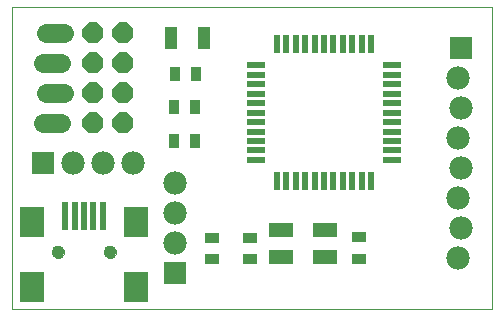
<source format=gts>
G75*
G70*
%OFA0B0*%
%FSLAX24Y24*%
%IPPOS*%
%LPD*%
%AMOC8*
5,1,8,0,0,1.08239X$1,22.5*
%
%ADD10C,0.0000*%
%ADD11R,0.0631X0.0237*%
%ADD12R,0.0237X0.0631*%
%ADD13R,0.0788X0.0473*%
%ADD14R,0.0512X0.0355*%
%ADD15R,0.0355X0.0512*%
%ADD16C,0.0640*%
%ADD17R,0.0780X0.0780*%
%ADD18C,0.0780*%
%ADD19R,0.0434X0.0749*%
%ADD20OC8,0.0700*%
%ADD21R,0.0827X0.0985*%
%ADD22R,0.0237X0.0949*%
%ADD23C,0.0434*%
D10*
X000180Y000416D02*
X000180Y010496D01*
X016180Y010496D01*
X016180Y000416D01*
X000180Y000416D01*
X001517Y002330D02*
X001519Y002357D01*
X001525Y002384D01*
X001534Y002410D01*
X001547Y002434D01*
X001563Y002457D01*
X001582Y002476D01*
X001604Y002493D01*
X001628Y002507D01*
X001653Y002517D01*
X001680Y002524D01*
X001707Y002527D01*
X001735Y002526D01*
X001762Y002521D01*
X001788Y002513D01*
X001812Y002501D01*
X001835Y002485D01*
X001856Y002467D01*
X001873Y002446D01*
X001888Y002422D01*
X001899Y002397D01*
X001907Y002371D01*
X001911Y002344D01*
X001911Y002316D01*
X001907Y002289D01*
X001899Y002263D01*
X001888Y002238D01*
X001873Y002214D01*
X001856Y002193D01*
X001835Y002175D01*
X001813Y002159D01*
X001788Y002147D01*
X001762Y002139D01*
X001735Y002134D01*
X001707Y002133D01*
X001680Y002136D01*
X001653Y002143D01*
X001628Y002153D01*
X001604Y002167D01*
X001582Y002184D01*
X001563Y002203D01*
X001547Y002226D01*
X001534Y002250D01*
X001525Y002276D01*
X001519Y002303D01*
X001517Y002330D01*
X003249Y002330D02*
X003251Y002357D01*
X003257Y002384D01*
X003266Y002410D01*
X003279Y002434D01*
X003295Y002457D01*
X003314Y002476D01*
X003336Y002493D01*
X003360Y002507D01*
X003385Y002517D01*
X003412Y002524D01*
X003439Y002527D01*
X003467Y002526D01*
X003494Y002521D01*
X003520Y002513D01*
X003544Y002501D01*
X003567Y002485D01*
X003588Y002467D01*
X003605Y002446D01*
X003620Y002422D01*
X003631Y002397D01*
X003639Y002371D01*
X003643Y002344D01*
X003643Y002316D01*
X003639Y002289D01*
X003631Y002263D01*
X003620Y002238D01*
X003605Y002214D01*
X003588Y002193D01*
X003567Y002175D01*
X003545Y002159D01*
X003520Y002147D01*
X003494Y002139D01*
X003467Y002134D01*
X003439Y002133D01*
X003412Y002136D01*
X003385Y002143D01*
X003360Y002153D01*
X003336Y002167D01*
X003314Y002184D01*
X003295Y002203D01*
X003279Y002226D01*
X003266Y002250D01*
X003257Y002276D01*
X003251Y002303D01*
X003249Y002330D01*
D11*
X008297Y005401D03*
X008297Y005716D03*
X008297Y006031D03*
X008297Y006346D03*
X008297Y006661D03*
X008297Y006976D03*
X008297Y007291D03*
X008297Y007606D03*
X008297Y007921D03*
X008297Y008236D03*
X008297Y008551D03*
X012863Y008551D03*
X012863Y008236D03*
X012863Y007921D03*
X012863Y007606D03*
X012863Y007291D03*
X012863Y006976D03*
X012863Y006661D03*
X012863Y006346D03*
X012863Y006031D03*
X012863Y005716D03*
X012863Y005401D03*
D12*
X012155Y004693D03*
X011840Y004693D03*
X011525Y004693D03*
X011210Y004693D03*
X010895Y004693D03*
X010580Y004693D03*
X010265Y004693D03*
X009950Y004693D03*
X009635Y004693D03*
X009320Y004693D03*
X009005Y004693D03*
X009005Y009259D03*
X009320Y009259D03*
X009635Y009259D03*
X009950Y009259D03*
X010265Y009259D03*
X010580Y009259D03*
X010895Y009259D03*
X011210Y009259D03*
X011525Y009259D03*
X011840Y009259D03*
X012155Y009259D03*
D13*
X010608Y003069D03*
X010608Y002163D03*
X009152Y002163D03*
X009152Y003069D03*
D14*
X008120Y002810D03*
X008120Y002102D03*
X006840Y002102D03*
X006840Y002810D03*
X011750Y002820D03*
X011750Y002112D03*
D15*
X006294Y006036D03*
X005586Y006036D03*
X005586Y007156D03*
X006294Y007156D03*
X006314Y008276D03*
X005606Y008276D03*
D16*
X001900Y007636D02*
X001300Y007636D01*
X001200Y006636D02*
X001800Y006636D01*
X001800Y008636D02*
X001200Y008636D01*
X001300Y009636D02*
X001900Y009636D01*
D17*
X001220Y005296D03*
X005600Y001616D03*
X015150Y009116D03*
D18*
X015050Y008116D03*
X015150Y007116D03*
X015050Y006116D03*
X015150Y005116D03*
X015050Y004116D03*
X015150Y003116D03*
X015050Y002116D03*
X005600Y002616D03*
X005600Y003616D03*
X005600Y004616D03*
X004220Y005296D03*
X003220Y005296D03*
X002220Y005296D03*
D19*
X005469Y009476D03*
X006571Y009476D03*
D20*
X003885Y009631D03*
X002885Y009631D03*
X002885Y008631D03*
X003885Y008631D03*
X003885Y007631D03*
X002885Y007631D03*
X002885Y006631D03*
X003885Y006631D03*
D21*
X004312Y003314D03*
X004312Y001149D03*
X000848Y001149D03*
X000848Y003314D03*
D22*
X001950Y003536D03*
X002265Y003536D03*
X002580Y003536D03*
X002895Y003536D03*
X003210Y003536D03*
D23*
X003446Y002330D03*
X001714Y002330D03*
M02*

</source>
